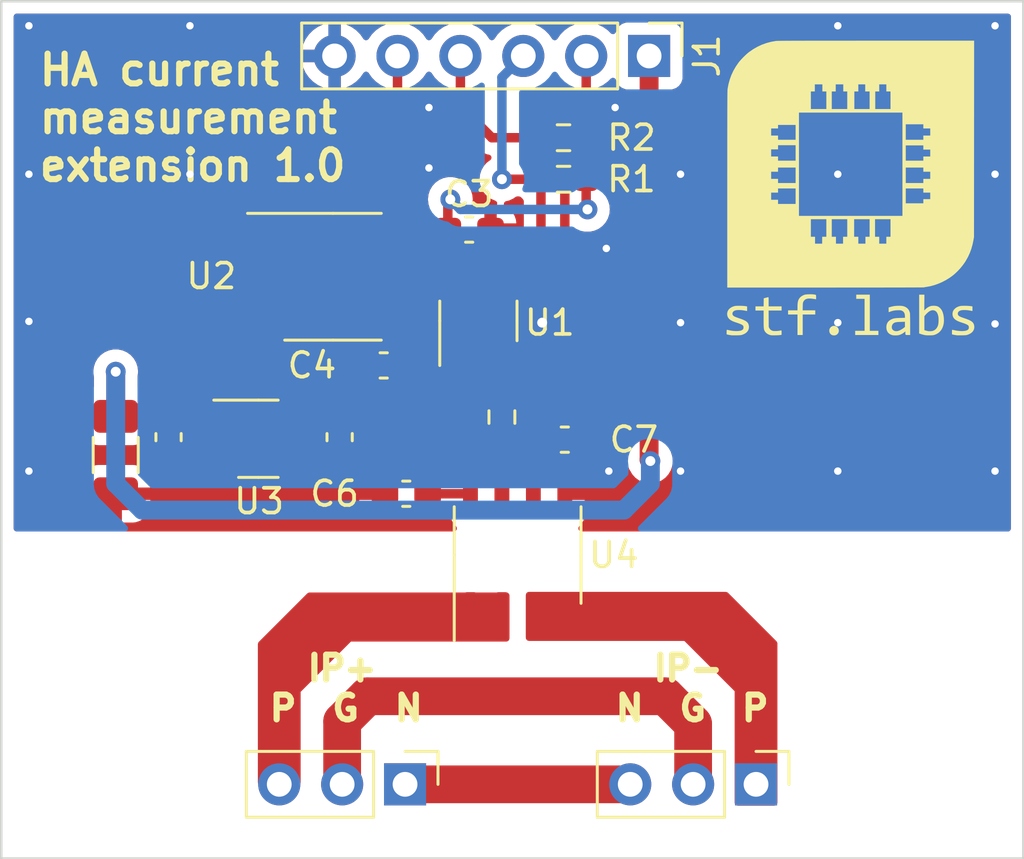
<source format=kicad_pcb>
(kicad_pcb (version 20221018) (generator pcbnew)
  (title_block (title "Current measurement extension board") (date "2024-06-09") (rev "1.0") (company "stf.labs"))
  (layers (0 "F.Cu" signal) (31 "B.Cu" signal) (34 "B.Paste" user) (35 "F.Paste" user) (36 "B.SilkS" user "B.Silkscreen") (37 "F.SilkS" user "F.Silkscreen") (38 "B.Mask" user) (39 "F.Mask" user) (44 "Edge.Cuts" user))
  (net 0 "")
  (net 1 "GND")
  (net 2 "/I2C_SCL")
  (net 3 "/I2C_SDA")
  (net 4 "/WRITE_PROTECT")
  (net 5 "+3.3V")
  (net 6 "+12V")
  (net 9 "+5V")
  (net 10 "Net-(U1-AIN)")
  (net 11 "Net-(J2-Pad1)")
  (net 12 "Net-(U4-FILTER)")
  (net 13 "Net-(U4-VIOUT)")
  (net 17 "Net-(J2-Pad2)")
  (net 18 "Net-(J2-Pad3)")
  (net 19 "Net-(J3-Pad1)")
  (footprint "p_Package_Capacitor_SMD:C_0603_1608Metric_Pad1.08x0.95mm_HandSolder" (layer "F.Cu") (at 109.9301 63.5)
    (fp_text reference "C7" (at 2.7929 0) (layer "F.SilkS"))
    (fp_text value "100n" hide)
    (pad "1" smd roundrect (at -0.8625 0) (size 1.075 0.95) (layers "F.Cu" "F.Paste" "F.Mask") (net 12 "Net-(U4-FILTER)"))
    (pad "2" smd roundrect (at 0.8625 0) (size 1.075 0.95) (layers "F.Cu" "F.Paste" "F.Mask") (net 1 "GND"))
  )
  (footprint "p_Package_SOT:SOT-23-5" (layer "F.Cu") (at 97.5559 63.4644)
    (fp_text reference "U3" (at 0.0309 2.5248) (layer "F.SilkS"))
    (fp_text value "TPS70950DBV" hide)
    (pad "1" smd roundrect (at -1.1375 -0.95) (size 1.325 0.6) (layers "F.Cu" "F.Paste" "F.Mask") (net 6 "+12V"))
    (pad "2" smd roundrect (at -1.1375 0) (size 1.325 0.6) (layers "F.Cu" "F.Paste" "F.Mask") (net 1 "GND"))
    (pad "3" smd roundrect (at -1.1375 0.95) (size 1.325 0.6) (layers "F.Cu" "F.Paste" "F.Mask"))
    (pad "4" smd roundrect (at 1.1375 0.95) (size 1.325 0.6) (layers "F.Cu" "F.Paste" "F.Mask"))
    (pad "5" smd roundrect (at 1.1375 -0.95) (size 1.325 0.6) (layers "F.Cu" "F.Paste" "F.Mask") (net 9 "+5V"))
  )
  (footprint "p_Package_Misc:PinHeader_1x03_P2.54mm_Vertical" (layer "F.Cu") (at 117.6528 77.4192 -90)
    (fp_text reference "J3" hide)
    (fp_text value "Conn_HE13_1x3_2.54V" hide)
    (pad "1" thru_hole rect (at 0 0 270) (size 1.7 1.7) (drill 1) (layers "*.Cu" "*.Mask") (net 19 "Net-(J3-Pad1)"))
    (pad "2" thru_hole oval (at 0 2.54 270) (size 1.7 1.7) (drill 1) (layers "*.Cu" "*.Mask") (net 17 "Net-(J2-Pad2)"))
    (pad "3" thru_hole oval (at 0 5.08 270) (size 1.7 1.7) (drill 1) (layers "*.Cu" "*.Mask") (net 11 "Net-(J2-Pad1)"))
  )
  (footprint "p_Package_Resistor_SMD:R_0603_1608Metric_Pad0.98x0.95mm_HandSolder" (layer "F.Cu") (at 109.8785 51.308 180)
    (fp_text reference "R2" (at -2.7451 0) (layer "F.SilkS"))
    (fp_text value "DNP" hide)
    (pad "1" smd roundrect (at -0.9125 0 180) (size 0.975 0.95) (layers "F.Cu" "F.Paste" "F.Mask") (net 5 "+3.3V"))
    (pad "2" smd roundrect (at 0.9125 0 180) (size 0.975 0.95) (layers "F.Cu" "F.Paste" "F.Mask") (net 3 "/I2C_SDA"))
  )
  (footprint "p_Package_Misc:PinHeader_1x03_P2.54mm_Vertical" (layer "F.Cu") (at 103.4796 77.4192 -90)
    (fp_text reference "J2" hide)
    (fp_text value "Conn_HE13_1x3_2.54V" hide)
    (pad "1" thru_hole rect (at 0 0 270) (size 1.7 1.7) (drill 1) (layers "*.Cu" "*.Mask") (net 11 "Net-(J2-Pad1)"))
    (pad "2" thru_hole oval (at 0 2.54 270) (size 1.7 1.7) (drill 1) (layers "*.Cu" "*.Mask") (net 17 "Net-(J2-Pad2)"))
    (pad "3" thru_hole oval (at 0 5.08 270) (size 1.7 1.7) (drill 1) (layers "*.Cu" "*.Mask") (net 18 "Net-(J2-Pad3)"))
  )
  (footprint "p_Package_Resistor_SMD:R_0603_1608Metric_Pad0.98x0.95mm_HandSolder" (layer "F.Cu") (at 107.3912 62.5875 -90)
    (fp_text reference "R3" hide)
    (fp_text value "100" hide)
    (pad "1" smd roundrect (at -0.9125 0 270) (size 0.975 0.95) (layers "F.Cu" "F.Paste" "F.Mask") (net 10 "Net-(U1-AIN)"))
    (pad "2" smd roundrect (at 0.9125 0 270) (size 0.975 0.95) (layers "F.Cu" "F.Paste" "F.Mask") (net 13 "Net-(U4-VIOUT)"))
  )
  (footprint "p_Package_Capacitor_SMD:C_0603_1608Metric_Pad1.08x0.95mm_HandSolder" (layer "F.Cu") (at 103.5293 65.6844 180)
    (fp_text reference "C6" (at 2.8945 0) (layer "F.SilkS"))
    (fp_text value "100n" hide)
    (pad "1" smd roundrect (at -0.8625 0 180) (size 1.075 0.95) (layers "F.Cu" "F.Paste" "F.Mask") (net 9 "+5V"))
    (pad "2" smd roundrect (at 0.8625 0 180) (size 1.075 0.95) (layers "F.Cu" "F.Paste" "F.Mask") (net 1 "GND"))
  )
  (footprint "p_Package_Capacitor_SMD:C_1206_3216Metric_Pad1.33x1.80mm_HandSolder" (layer "F.Cu") (at 91.7956 64.1219 -90)
    (fp_text reference "C1" hide)
    (fp_text value "10u" hide)
    (pad "1" smd roundrect (at -1.5625 0 270) (size 1.325 1.8) (layers "F.Cu" "F.Paste" "F.Mask") (roundrect_rratio 0.1886792453) (net 6 "+12V"))
    (pad "2" smd roundrect (at 1.5625 0 270) (size 1.325 1.8) (layers "F.Cu" "F.Paste" "F.Mask") (roundrect_rratio 0.1886792453) (net 1 "GND"))
  )
  (footprint "p_Package_Capacitor_SMD:C_0603_1608Metric_Pad1.08x0.95mm_HandSolder" (layer "F.Cu") (at 106.0693 55.0164)
    (fp_text reference "C3" (at 0 -1.43) (layer "F.SilkS"))
    (fp_text value "100n" hide)
    (pad "1" smd roundrect (at -0.8625 0) (size 1.075 0.95) (layers "F.Cu" "F.Paste" "F.Mask") (net 5 "+3.3V"))
    (pad "2" smd roundrect (at 0.8625 0) (size 1.075 0.95) (layers "F.Cu" "F.Paste" "F.Mask") (net 1 "GND"))
  )
  (footprint "p_Package_SO:SOIC-8_3.9x4.9mm_P1.27mm" (layer "F.Cu") (at 100.5698 56.9214)
    (fp_text reference "U2" (at -4.9134 -0.0254) (layer "F.SilkS"))
    (fp_text value "AT24C16D-SS" hide)
    (pad "1" smd roundrect (at -2.475 -1.905) (size 1.95 0.6) (layers "F.Cu" "F.Paste" "F.Mask"))
    (pad "2" smd roundrect (at -2.475 -0.635) (size 1.95 0.6) (layers "F.Cu" "F.Paste" "F.Mask"))
    (pad "3" smd roundrect (at -2.475 0.635) (size 1.95 0.6) (layers "F.Cu" "F.Paste" "F.Mask"))
    (pad "4" smd roundrect (at -2.475 1.905) (size 1.95 0.6) (layers "F.Cu" "F.Paste" "F.Mask") (net 1 "GND"))
    (pad "5" smd roundrect (at 2.475 1.905) (size 1.95 0.6) (layers "F.Cu" "F.Paste" "F.Mask") (net 3 "/I2C_SDA"))
    (pad "6" smd roundrect (at 2.475 0.635) (size 1.95 0.6) (layers "F.Cu" "F.Paste" "F.Mask") (net 2 "/I2C_SCL"))
    (pad "7" smd roundrect (at 2.475 -0.635) (size 1.95 0.6) (layers "F.Cu" "F.Paste" "F.Mask") (net 4 "/WRITE_PROTECT"))
    (pad "8" smd roundrect (at 2.475 -1.905) (size 1.95 0.6) (layers "F.Cu" "F.Paste" "F.Mask") (net 5 "+3.3V"))
  )
  (footprint "p_Logo:stf_labs_10mm" (layer "F.Cu") (at 121.4628 53.34)
    (fp_text reference "G1" hide)
    (fp_text value "LOGO" hide)
  )
  (footprint "p_Package_Misc:PinHeader_1x06_P2.54mm_Vertical" (layer "F.Cu") (at 113.3348 48.006 -90)
    (fp_text reference "J1" (at 0 -2.33 -90) (layer "F.SilkS"))
    (fp_text value "Conn_HE13_1x6_2.54V" hide)
    (pad "1" thru_hole rect (at 0 0 270) (size 1.7 1.7) (drill 1) (layers "*.Cu" "*.Mask") (net 6 "+12V"))
    (pad "2" thru_hole oval (at 0 2.54 270) (size 1.7 1.7) (drill 1) (layers "*.Cu" "*.Mask") (net 5 "+3.3V"))
    (pad "3" thru_hole oval (at 0 5.08 270) (size 1.7 1.7) (drill 1) (layers "*.Cu" "*.Mask") (net 2 "/I2C_SCL"))
    (pad "4" thru_hole oval (at 0 7.62 270) (size 1.7 1.7) (drill 1) (layers "*.Cu" "*.Mask") (net 3 "/I2C_SDA"))
    (pad "5" thru_hole oval (at 0 10.16 270) (size 1.7 1.7) (drill 1) (layers "*.Cu" "*.Mask") (net 4 "/WRITE_PROTECT"))
    (pad "6" thru_hole oval (at 0 12.7 270) (size 1.7 1.7) (drill 1) (layers "*.Cu" "*.Mask") (net 1 "GND"))
  )
  (footprint "p_Package_SOT:SOT-23-5" (layer "F.Cu") (at 106.4412 58.7049 90)
    (fp_text reference "U1" (at -0.0707 2.8804) (layer "F.SilkS"))
    (fp_text value "MCP3021A5T-E/OT" hide)
    (pad "1" smd roundrect (at -1.1375 -0.95 90) (size 1.325 0.6) (layers "F.Cu" "F.Paste" "F.Mask") (net 9 "+5V"))
    (pad "2" smd roundrect (at -1.1375 0 90) (size 1.325 0.6) (layers "F.Cu" "F.Paste" "F.Mask") (net 1 "GND"))
    (pad "3" smd roundrect (at -1.1375 0.95 90) (size 1.325 0.6) (layers "F.Cu" "F.Paste" "F.Mask") (net 10 "Net-(U1-AIN)"))
    (pad "4" smd roundrect (at 1.1375 0.95 90) (size 1.325 0.6) (layers "F.Cu" "F.Paste" "F.Mask") (net 3 "/I2C_SDA"))
    (pad "5" smd roundrect (at 1.1375 -0.95 90) (size 1.325 0.6) (layers "F.Cu" "F.Paste" "F.Mask") (net 2 "/I2C_SCL"))
  )
  (footprint "p_Package_Capacitor_SMD:C_0603_1608Metric_Pad1.08x0.95mm_HandSolder" (layer "F.Cu") (at 102.6171 60.5028 180)
    (fp_text reference "C4" (at 2.8967 0) (layer "F.SilkS"))
    (fp_text value "100n" hide)
    (pad "1" smd roundrect (at -0.8625 0 180) (size 1.075 0.95) (layers "F.Cu" "F.Paste" "F.Mask") (net 9 "+5V"))
    (pad "2" smd roundrect (at 0.8625 0 180) (size 1.075 0.95) (layers "F.Cu" "F.Paste" "F.Mask") (net 1 "GND"))
  )
  (footprint "p_Package_SO:SOIC-8_3.9x4.9mm_P1.27mm" (layer "F.Cu") (at 108.0262 68.1594 90)
    (fp_text reference "U4" (at 0 3.8862 180) (layer "F.SilkS"))
    (fp_text value "ACS712" hide)
    (pad "1" smd roundrect (at -2.475 -1.905 90) (size 1.95 0.6) (layers "F.Cu" "F.Paste" "F.Mask") (net 18 "Net-(J2-Pad3)"))
    (pad "2" smd roundrect (at -2.475 -0.635 90) (size 1.95 0.6) (layers "F.Cu" "F.Paste" "F.Mask") (net 18 "Net-(J2-Pad3)"))
    (pad "3" smd roundrect (at -2.475 0.635 90) (size 1.95 0.6) (layers "F.Cu" "F.Paste" "F.Mask") (net 19 "Net-(J3-Pad1)"))
    (pad "4" smd roundrect (at -2.475 1.905 90) (size 1.95 0.6) (layers "F.Cu" "F.Paste" "F.Mask") (net 19 "Net-(J3-Pad1)"))
    (pad "5" smd roundrect (at 2.475 1.905 90) (size 1.95 0.6) (layers "F.Cu" "F.Paste" "F.Mask") (net 1 "GND"))
    (pad "6" smd roundrect (at 2.475 0.635 90) (size 1.95 0.6) (layers "F.Cu" "F.Paste" "F.Mask") (net 12 "Net-(U4-FILTER)"))
    (pad "7" smd roundrect (at 2.475 -0.635 90) (size 1.95 0.6) (layers "F.Cu" "F.Paste" "F.Mask") (net 13 "Net-(U4-VIOUT)"))
    (pad "8" smd roundrect (at 2.475 -1.905 90) (size 1.95 0.6) (layers "F.Cu" "F.Paste" "F.Mask") (net 9 "+5V"))
  )
  (footprint "p_Package_Capacitor_SMD:C_0603_1608Metric_Pad1.08x0.95mm_HandSolder" (layer "F.Cu") (at 93.9292 63.3995 -90)
    (fp_text reference "C2" hide)
    (fp_text value "1u" hide)
    (pad "1" smd roundrect (at -0.8625 0 270) (size 1.075 0.95) (layers "F.Cu" "F.Paste" "F.Mask") (net 6 "+12V"))
    (pad "2" smd roundrect (at 0.8625 0 270) (size 1.075 0.95) (layers "F.Cu" "F.Paste" "F.Mask") (net 1 "GND"))
  )
  (footprint "p_Package_Capacitor_SMD:C_0603_1608Metric_Pad1.08x0.95mm_HandSolder" (layer "F.Cu") (at 100.838 63.3995 -90)
    (fp_text reference "C5" hide)
    (fp_text value "2.2u" hide)
    (pad "1" smd roundrect (at -0.8625 0 270) (size 1.075 0.95) (layers "F.Cu" "F.Paste" "F.Mask") (net 9 "+5V"))
    (pad "2" smd roundrect (at 0.8625 0 270) (size 1.075 0.95) (layers "F.Cu" "F.Paste" "F.Mask") (net 1 "GND"))
  )
  (footprint "p_Package_Resistor_SMD:R_0603_1608Metric_Pad0.98x0.95mm_HandSolder" (layer "F.Cu") (at 109.8804 52.9844 180)
    (fp_text reference "R1" (at -2.7413 0) (layer "F.SilkS"))
    (fp_text value "DNP" hide)
    (pad "1" smd roundrect (at -0.9125 0 180) (size 0.975 0.95) (layers "F.Cu" "F.Paste" "F.Mask") (net 5 "+3.3V"))
    (pad "2" smd roundrect (at 0.9125 0 180) (size 0.975 0.95) (layers "F.Cu" "F.Paste" "F.Mask") (net 2 "/I2C_SCL"))
  )
  (gr_rect (start 87.1728 45.7962) (end 128.4478 80.4164) (stroke (width 0.1)) (fill none) (layer "Edge.Cuts"))
  (gr_text "  IP+\nP  G  N" (at 97.8916 74.93) (layer "F.SilkS") (effects (font (size 1 1) (thickness 0.25) bold) (justify left bottom)))
  (gr_text "  IP-\nN  G  P" (at 111.8616 74.93) (layer "F.SilkS") (effects (font (size 1 1) (thickness 0.25) bold) (justify left bottom)))
  (gr_text "HA current\nmeasurement\nextension 1.0" (at 88.5952 53.1368) (layer "F.SilkS") (effects (font (size 1.2 1.2) (thickness 0.25) bold) (justify left bottom)))
  (segment (start 106.845501 58.7756) (end 109.0168 58.7756) (width 0.381) (layer "F.Cu") (net 1))
  (segment (start 109.9312 65.6844) (end 110.7948 65.6844) (width 0.381) (layer "F.Cu") (net 1))
  (segment (start 110.7948 65.6844) (end 111.7092 64.77) (width 0.381) (layer "F.Cu") (net 1))
  (segment (start 106.4412 59.179901) (end 106.845501 58.7756) (width 0.381) (layer "F.Cu") (net 1))
  (segment (start 106.4412 59.8424) (end 106.4412 59.179901) (width 0.381) (layer "F.Cu") (net 1))
  (via (at 114.6048 58.7756) (size 0.6) (drill 0.3) (layers "F.Cu" "B.Cu") (net 1))
  (via (at 94.7928 46.7868) (size 0.6) (drill 0.3) (layers "F.Cu" "B.Cu") (net 1))
  (via (at 127.3048 64.77) (size 0.6) (drill 0.3) (layers "F.Cu" "B.Cu") (net 1))
  (via (at 94.7928 52.7812) (size 0.6) (drill 0.3) (layers "F.Cu" "B.Cu") (net 1))
  (via (at 120.9548 64.77) (size 0.6) (drill 0.3) (layers "F.Cu" "B.Cu") (net 1))
  (via (at 111.7092 64.77) (size 0.6) (drill 0.3) (layers "F.Cu" "B.Cu") (net 1))
  (via (at 114.6048 64.77) (size 0.6) (drill 0.3) (layers "F.Cu" "B.Cu") (net 1))
  (via (at 104.4448 52.5272) (size 0.6) (drill 0.3) (layers "F.Cu" "B.Cu") (net 1))
  (via (at 88.2904 64.77) (size 0.6) (drill 0.3) (layers "F.Cu" "B.Cu") (net 1))
  (via (at 127.3048 46.7868) (size 0.6) (drill 0.3) (layers "F.Cu" "B.Cu") (net 1))
  (via (at 120.9548 58.7756) (size 0.6) (drill 0.3) (layers "F.Cu" "B.Cu") (net 1))
  (via (at 114.6048 52.7812) (size 0.6) (drill 0.3) (layers "F.Cu" "B.Cu") (net 1))
  (via (at 88.2904 46.7868) (size 0.6) (drill 0.3) (layers "F.Cu" "B.Cu") (net 1))
  (via (at 88.2904 58.7248) (size 0.6) (drill 0.3) (layers "F.Cu" "B.Cu") (net 1))
  (via (at 104.4448 50.0888) (size 0.6) (drill 0.3) (layers "F.Cu" "B.Cu") (net 1))
  (via (at 88.2904 52.7812) (size 0.6) (drill 0.3) (layers "F.Cu" "B.Cu") (net 1))
  (via (at 127.3048 58.8264) (size 0.6) (drill 0.3) (layers "F.Cu" "B.Cu") (net 1))
  (via (at 127.3048 52.7812) (size 0.6) (drill 0.3) (layers "F.Cu" "B.Cu") (net 1))
  (via (at 111.9632 50.0888) (size 0.6) (drill 0.3) (layers "F.Cu" "B.Cu") (net 1))
  (via (at 120.9548 46.7868) (size 0.6) (drill 0.3) (layers "F.Cu" "B.Cu") (net 1))
  (via (at 120.9548 52.7812) (size 0.6) (drill 0.3) (layers "F.Cu" "B.Cu") (net 1))
  (via (at 111.6076 55.7784) (size 0.6) (drill 0.3) (layers "F.Cu" "B.Cu") (net 1))
  (via (at 109.0168 58.7756) (size 0.8) (drill 0.4) (layers "F.Cu" "B.Cu") (net 1))
  (segment (start 105.4802 57.5564) (end 105.4912 57.5674) (width 0.381) (layer "F.Cu") (net 2))
  (segment (start 108.9679 52.9844) (end 107.3912 52.9844) (width 0.381) (layer "F.Cu") (net 2))
  (segment (start 108.9679 55.3193) (end 107.95 56.3372) (width 0.381) (layer "F.Cu") (net 2))
  (segment (start 103.0448 57.5564) (end 105.4802 57.5564) (width 0.381) (layer "F.Cu") (net 2))
  (segment (start 108.9679 52.9844) (end 108.9679 55.3193) (width 0.381) (layer "F.Cu") (net 2))
  (segment (start 106.7214 56.3372) (end 105.4912 57.5674) (width 0.381) (layer "F.Cu") (net 2))
  (segment (start 107.95 56.3372) (end 106.7214 56.3372) (width 0.381) (layer "F.Cu") (net 2))
  (via (at 107.3912 52.9844) (size 0.8) (drill 0.4) (layers "F.Cu" "B.Cu") (net 2))
  (segment (start 107.3912 48.8696) (end 108.2548 48.006) (width 0.381) (layer "B.Cu") (net 2))
  (segment (start 107.3912 52.9844) (end 107.3912 48.8696) (width 0.381) (layer "B.Cu") (net 2))
  (segment (start 109.9312 51.9684) (end 109.9312 57.0484) (width 0.381) (layer "F.Cu") (net 3))
  (segment (start 108.966 51.308) (end 106.9848 51.308) (width 0.381) (layer "F.Cu") (net 3))
  (segment (start 109.9312 57.0484) (end 109.4122 57.5674) (width 0.381) (layer "F.Cu") (net 3))
  (segment (start 105.7656 58.8264) (end 106.68 57.912) (width 0.381) (layer "F.Cu") (net 3))
  (segment (start 106.702 57.912) (end 107.0466 57.5674) (width 0.381) (layer "F.Cu") (net 3))
  (segment (start 108.966 51.308) (end 109.2708 51.308) (width 0.381) (layer "F.Cu") (net 3))
  (segment (start 107.3912 57.5674) (end 107.0466 57.5674) (width 0.381) (layer "F.Cu") (net 3))
  (segment (start 109.4122 57.5674) (end 107.3912 57.5674) (width 0.381) (layer "F.Cu") (net 3))
  (segment (start 106.9848 51.308) (end 105.7148 50.038) (width 0.381) (layer "F.Cu") (net 3))
  (segment (start 105.7148 50.038) (end 105.7148 48.006) (width 0.381) (layer "F.Cu") (net 3))
  (segment (start 106.68 57.912) (end 106.702 57.912) (width 0.381) (layer "F.Cu") (net 3))
  (segment (start 103.0448 58.8264) (end 105.7656 58.8264) (width 0.381) (layer "F.Cu") (net 3))
  (segment (start 109.2708 51.308) (end 109.9312 51.9684) (width 0.381) (layer "F.Cu") (net 3))
  (segment (start 107.3912 57.5674) (end 107.691199 57.5674) (width 0.381) (layer "F.Cu") (net 3))
  (segment (start 101.2952 53.5432) (end 103.1748 51.6636) (width 0.381) (layer "F.Cu") (net 4))
  (segment (start 103.1748 51.6636) (end 103.1748 48.006) (width 0.381) (layer "F.Cu") (net 4))
  (segment (start 101.9556 56.2864) (end 101.2952 55.626) (width 0.381) (layer "F.Cu") (net 4))
  (segment (start 101.2952 55.626) (end 101.2952 53.5432) (width 0.381) (layer "F.Cu") (net 4))
  (segment (start 103.0448 56.2864) (end 101.9556 56.2864) (width 0.381) (layer "F.Cu") (net 4))
  (segment (start 110.7948 48.006) (end 110.7948 51.308) (width 0.381) (layer "F.Cu") (net 5))
  (segment (start 105.2068 53.8988) (end 105.3084 53.7972) (width 0.381) (layer "F.Cu") (net 5))
  (segment (start 110.791 52.9336) (end 110.791 51.3118) (width 0.381) (layer "F.Cu") (net 5))
  (segment (start 110.791 51.3118) (end 110.7948 51.308) (width 0.381) (layer "F.Cu") (net 5))
  (segment (start 103.0448 55.0164) (end 105.2068 55.0164) (width 0.381) (layer "F.Cu") (net 5))
  (segment (start 110.7929 54.1509) (end 110.8456 54.2036) (width 0.381) (layer "F.Cu") (net 5))
  (segment (start 110.7929 52.9844) (end 110.7929 54.1509) (width 0.381) (layer "F.Cu") (net 5))
  (segment (start 110.9218 48.3108) (end 110.7948 48.1838) (width 0.381) (layer "F.Cu") (net 5))
  (segment (start 105.2068 55.0164) (end 105.2068 53.8988) (width 0.381) (layer "F.Cu") (net 5))
  (via (at 110.8456 54.2036) (size 0.8) (drill 0.4) (layers "F.Cu" "B.Cu") (net 5))
  (via (at 105.3084 53.7972) (size 0.8) (drill 0.4) (layers "F.Cu" "B.Cu") (net 5))
  (segment (start 105.7148 54.2036) (end 105.3084 53.7972) (width 0.381) (layer "B.Cu") (net 5))
  (segment (start 110.8456 54.2036) (end 105.7148 54.2036) (width 0.381) (layer "B.Cu") (net 5))
  (segment (start 91.7956 62.5594) (end 93.9068 62.5594) (width 0.762) (layer "F.Cu") (net 6))
  (segment (start 93.9068 62.5594) (end 93.9292 62.537) (width 0.381) (layer "F.Cu") (net 6))
  (segment (start 113.3348 64.3128) (end 113.3348 48.006) (width 0.762) (layer "F.Cu") (net 6))
  (segment (start 91.7956 62.5594) (end 91.7956 60.7568) (width 0.762) (layer "F.Cu") (net 6))
  (segment (start 113.3856 64.3636) (end 113.3348 64.3128) (width 0.762) (layer "F.Cu") (net 6))
  (segment (start 93.9292 62.537) (end 96.3958 62.537) (width 0.381) (layer "F.Cu") (net 6))
  (segment (start 96.3958 62.537) (end 96.4184 62.5144) (width 0.381) (layer "F.Cu") (net 6))
  (via (at 113.3856 64.3636) (size 0.8) (drill 0.4) (layers "F.Cu" "B.Cu") (net 6))
  (via (at 91.7956 60.7568) (size 0.8) (drill 0.4) (layers "F.Cu" "B.Cu") (net 6))
  (segment (start 113.3856 65.278) (end 112.3188 66.3448) (width 0.762) (layer "B.Cu") (net 6))
  (segment (start 91.7956 65.278) (end 91.7956 60.7568) (width 0.762) (layer "B.Cu") (net 6))
  (segment (start 92.8624 66.3448) (end 91.7956 65.278) (width 0.762) (layer "B.Cu") (net 6))
  (segment (start 112.3188 66.3448) (end 92.8624 66.3448) (width 0.762) (layer "B.Cu") (net 6))
  (segment (start 113.3856 64.3636) (end 113.3856 65.278) (width 0.762) (layer "B.Cu") (net 6))
  (segment (start 103.4592 62.5144) (end 103.4796 62.5348) (width 0.381) (layer "F.Cu") (net 9))
  (segment (start 103.4796 60.5028) (end 104.8308 60.5028) (width 0.381) (layer "F.Cu") (net 9))
  (segment (start 104.8308 60.5028) (end 105.4912 59.8424) (width 0.381) (layer "F.Cu") (net 9))
  (segment (start 104.3918 65.6844) (end 106.1212 65.6844) (width 0.381) (layer "F.Cu") (net 9))
  (segment (start 104.3918 65.6844) (end 104.3918 63.447) (width 0.381) (layer "F.Cu") (net 9))
  (segment (start 103.4796 62.5348) (end 103.4796 60.5028) (width 0.381) (layer "F.Cu") (net 9))
  (segment (start 104.3918 63.447) (end 103.4796 62.5348) (width 0.381) (layer "F.Cu") (net 9))
  (segment (start 98.6934 62.5144) (end 103.4592 62.5144) (width 0.381) (layer "F.Cu") (net 9))
  (segment (start 107.3912 61.675) (end 107.3912 59.8424) (width 0.381) (layer "F.Cu") (net 10))
  (segment (start 112.5728 77.4192) (end 103.4796 77.4192) (width 1.524) (layer "F.Cu") (net 11))
  (segment (start 108.6612 63.9064) (end 109.0676 63.5) (width 0.381) (layer "F.Cu") (net 12))
  (segment (start 108.6634 65.6822) (end 108.6612 65.6844) (width 0.381) (layer "F.Cu") (net 12))
  (segment (start 108.6612 65.6844) (end 108.6612 63.9064) (width 0.381) (layer "F.Cu") (net 12))
  (segment (start 107.3912 65.6844) (end 107.3912 63.5) (width 0.381) (layer "F.Cu") (net 13))
  (segment (start 100.9396 74.8792) (end 101.9556 73.8632) (width 1.524) (layer "F.Cu") (net 17))
  (segment (start 100.9396 77.4192) (end 100.9396 74.8792) (width 1.524) (layer "F.Cu") (net 17))
  (segment (start 115.1128 74.9808) (end 115.1128 77.4192) (width 1.524) (layer "F.Cu") (net 17))
  (segment (start 113.9952 73.8632) (end 115.1128 74.9808) (width 1.524) (layer "F.Cu") (net 17))
  (segment (start 101.9556 73.8632) (end 113.9952 73.8632) (width 1.524) (layer "F.Cu") (net 17))
  (zone (net 19) (net_name "Net-(J3-Pad1)") (layer "F.Cu") (priority 1) (connect_pads yes (clearance 0.5)) (min_thickness 0.25) (fill yes (thermal_gap 0.5) (thermal_bridge_width 0.5) (island_removal_mode 1) (island_area_min 10))
    (polygon (pts (xy 116.4844 69.6468) (xy 108.3564 69.6468) (xy 108.3564 71.628) (xy 114.7572 71.628) (xy 116.7892 73.66) (xy 116.7892 78.2828) (xy 118.5164 78.2828) (xy 118.5164 71.6788)))
  )
  (zone (net 18) (net_name "Net-(J2-Pad3)") (layer "F.Cu") (priority 1) (connect_pads yes (clearance 0.5)) (min_thickness 0.25) (fill yes (thermal_gap 0.5) (thermal_bridge_width 0.5) (island_removal_mode 1) (island_area_min 10))
    (polygon (pts (xy 99.568 69.6722) (xy 107.696 69.6722) (xy 107.696 71.6534) (xy 101.2952 71.6534) (xy 99.2632 73.6854) (xy 99.2632 77.47) (xy 97.536 77.47) (xy 97.536 71.7042)))
  )
  (zone (net 1) (net_name "GND") (layer "F.Cu") (connect_pads (clearance 0.5)) (min_thickness 0.25) (fill yes (thermal_gap 0.5) (thermal_bridge_width 0.5))
    (polygon (pts (xy 87.1728 45.8216) (xy 87.1728 67.2084) (xy 128.4224 67.2084) (xy 128.4224 45.8216)))
  )
  (zone (net 1) (net_name "GND") (layer "B.Cu") (connect_pads (clearance 0.5)) (min_thickness 0.25) (fill yes (thermal_gap 0.5) (thermal_bridge_width 0.5))
    (polygon (pts (xy 128.4224 45.8216) (xy 128.4224 67.2084) (xy 87.1728 67.2084) (xy 87.1728 45.8216)))
  )
)
</source>
